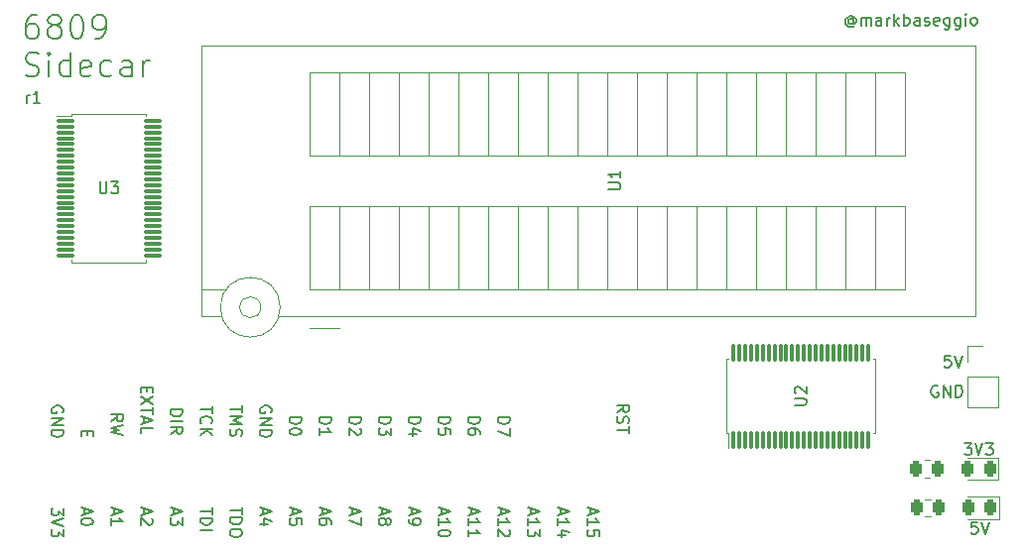
<source format=gto>
%TF.GenerationSoftware,KiCad,Pcbnew,(6.0.10-0)*%
%TF.CreationDate,2023-01-19T22:09:39-05:00*%
%TF.ProjectId,Tang Primer 20k HD6309 Board,54616e67-2050-4726-996d-65722032306b,rev?*%
%TF.SameCoordinates,Original*%
%TF.FileFunction,Legend,Top*%
%TF.FilePolarity,Positive*%
%FSLAX46Y46*%
G04 Gerber Fmt 4.6, Leading zero omitted, Abs format (unit mm)*
G04 Created by KiCad (PCBNEW (6.0.10-0)) date 2023-01-19 22:09:39*
%MOMM*%
%LPD*%
G01*
G04 APERTURE LIST*
G04 Aperture macros list*
%AMRoundRect*
0 Rectangle with rounded corners*
0 $1 Rounding radius*
0 $2 $3 $4 $5 $6 $7 $8 $9 X,Y pos of 4 corners*
0 Add a 4 corners polygon primitive as box body*
4,1,4,$2,$3,$4,$5,$6,$7,$8,$9,$2,$3,0*
0 Add four circle primitives for the rounded corners*
1,1,$1+$1,$2,$3*
1,1,$1+$1,$4,$5*
1,1,$1+$1,$6,$7*
1,1,$1+$1,$8,$9*
0 Add four rect primitives between the rounded corners*
20,1,$1+$1,$2,$3,$4,$5,0*
20,1,$1+$1,$4,$5,$6,$7,0*
20,1,$1+$1,$6,$7,$8,$9,0*
20,1,$1+$1,$8,$9,$2,$3,0*%
G04 Aperture macros list end*
%ADD10C,0.150000*%
%ADD11C,0.200000*%
%ADD12C,0.120000*%
%ADD13R,1.700000X1.700000*%
%ADD14O,1.700000X1.700000*%
%ADD15RoundRect,0.250000X-0.262500X-0.450000X0.262500X-0.450000X0.262500X0.450000X-0.262500X0.450000X0*%
%ADD16RoundRect,0.243750X0.243750X0.456250X-0.243750X0.456250X-0.243750X-0.456250X0.243750X-0.456250X0*%
%ADD17RoundRect,0.075000X-0.662500X-0.075000X0.662500X-0.075000X0.662500X0.075000X-0.662500X0.075000X0*%
%ADD18RoundRect,0.075000X0.075000X-0.662500X0.075000X0.662500X-0.075000X0.662500X-0.075000X-0.662500X0*%
%ADD19R,1.440000X2.000000*%
%ADD20O,1.440000X2.000000*%
G04 APERTURE END LIST*
D10*
X43997619Y-95774000D02*
X44997619Y-95774000D01*
X44997619Y-96012095D01*
X44950000Y-96154952D01*
X44854761Y-96250190D01*
X44759523Y-96297809D01*
X44569047Y-96345428D01*
X44426190Y-96345428D01*
X44235714Y-96297809D01*
X44140476Y-96250190D01*
X44045238Y-96154952D01*
X43997619Y-96012095D01*
X43997619Y-95774000D01*
X43997619Y-96774000D02*
X44997619Y-96774000D01*
X43997619Y-97821619D02*
X44473809Y-97488285D01*
X43997619Y-97250190D02*
X44997619Y-97250190D01*
X44997619Y-97631142D01*
X44950000Y-97726380D01*
X44902380Y-97774000D01*
X44807142Y-97821619D01*
X44664285Y-97821619D01*
X44569047Y-97774000D01*
X44521428Y-97726380D01*
X44473809Y-97631142D01*
X44473809Y-97250190D01*
X102235619Y-62460190D02*
X102188000Y-62412571D01*
X102092761Y-62364952D01*
X101997523Y-62364952D01*
X101902285Y-62412571D01*
X101854666Y-62460190D01*
X101807047Y-62555428D01*
X101807047Y-62650666D01*
X101854666Y-62745904D01*
X101902285Y-62793523D01*
X101997523Y-62841142D01*
X102092761Y-62841142D01*
X102188000Y-62793523D01*
X102235619Y-62745904D01*
X102235619Y-62364952D02*
X102235619Y-62745904D01*
X102283238Y-62793523D01*
X102330857Y-62793523D01*
X102426095Y-62745904D01*
X102473714Y-62650666D01*
X102473714Y-62412571D01*
X102378476Y-62269714D01*
X102235619Y-62174476D01*
X102045142Y-62126857D01*
X101854666Y-62174476D01*
X101711809Y-62269714D01*
X101616571Y-62412571D01*
X101568952Y-62603047D01*
X101616571Y-62793523D01*
X101711809Y-62936380D01*
X101854666Y-63031619D01*
X102045142Y-63079238D01*
X102235619Y-63031619D01*
X102378476Y-62936380D01*
X102902285Y-62936380D02*
X102902285Y-62269714D01*
X102902285Y-62364952D02*
X102949904Y-62317333D01*
X103045142Y-62269714D01*
X103188000Y-62269714D01*
X103283238Y-62317333D01*
X103330857Y-62412571D01*
X103330857Y-62936380D01*
X103330857Y-62412571D02*
X103378476Y-62317333D01*
X103473714Y-62269714D01*
X103616571Y-62269714D01*
X103711809Y-62317333D01*
X103759428Y-62412571D01*
X103759428Y-62936380D01*
X104664190Y-62936380D02*
X104664190Y-62412571D01*
X104616571Y-62317333D01*
X104521333Y-62269714D01*
X104330857Y-62269714D01*
X104235619Y-62317333D01*
X104664190Y-62888761D02*
X104568952Y-62936380D01*
X104330857Y-62936380D01*
X104235619Y-62888761D01*
X104188000Y-62793523D01*
X104188000Y-62698285D01*
X104235619Y-62603047D01*
X104330857Y-62555428D01*
X104568952Y-62555428D01*
X104664190Y-62507809D01*
X105140380Y-62936380D02*
X105140380Y-62269714D01*
X105140380Y-62460190D02*
X105188000Y-62364952D01*
X105235619Y-62317333D01*
X105330857Y-62269714D01*
X105426095Y-62269714D01*
X105759428Y-62936380D02*
X105759428Y-61936380D01*
X105854666Y-62555428D02*
X106140380Y-62936380D01*
X106140380Y-62269714D02*
X105759428Y-62650666D01*
X106568952Y-62936380D02*
X106568952Y-61936380D01*
X106568952Y-62317333D02*
X106664190Y-62269714D01*
X106854666Y-62269714D01*
X106949904Y-62317333D01*
X106997523Y-62364952D01*
X107045142Y-62460190D01*
X107045142Y-62745904D01*
X106997523Y-62841142D01*
X106949904Y-62888761D01*
X106854666Y-62936380D01*
X106664190Y-62936380D01*
X106568952Y-62888761D01*
X107902285Y-62936380D02*
X107902285Y-62412571D01*
X107854666Y-62317333D01*
X107759428Y-62269714D01*
X107568952Y-62269714D01*
X107473714Y-62317333D01*
X107902285Y-62888761D02*
X107807047Y-62936380D01*
X107568952Y-62936380D01*
X107473714Y-62888761D01*
X107426095Y-62793523D01*
X107426095Y-62698285D01*
X107473714Y-62603047D01*
X107568952Y-62555428D01*
X107807047Y-62555428D01*
X107902285Y-62507809D01*
X108330857Y-62888761D02*
X108426095Y-62936380D01*
X108616571Y-62936380D01*
X108711809Y-62888761D01*
X108759428Y-62793523D01*
X108759428Y-62745904D01*
X108711809Y-62650666D01*
X108616571Y-62603047D01*
X108473714Y-62603047D01*
X108378476Y-62555428D01*
X108330857Y-62460190D01*
X108330857Y-62412571D01*
X108378476Y-62317333D01*
X108473714Y-62269714D01*
X108616571Y-62269714D01*
X108711809Y-62317333D01*
X109568952Y-62888761D02*
X109473714Y-62936380D01*
X109283238Y-62936380D01*
X109188000Y-62888761D01*
X109140380Y-62793523D01*
X109140380Y-62412571D01*
X109188000Y-62317333D01*
X109283238Y-62269714D01*
X109473714Y-62269714D01*
X109568952Y-62317333D01*
X109616571Y-62412571D01*
X109616571Y-62507809D01*
X109140380Y-62603047D01*
X110473714Y-62269714D02*
X110473714Y-63079238D01*
X110426095Y-63174476D01*
X110378476Y-63222095D01*
X110283238Y-63269714D01*
X110140380Y-63269714D01*
X110045142Y-63222095D01*
X110473714Y-62888761D02*
X110378476Y-62936380D01*
X110188000Y-62936380D01*
X110092761Y-62888761D01*
X110045142Y-62841142D01*
X109997523Y-62745904D01*
X109997523Y-62460190D01*
X110045142Y-62364952D01*
X110092761Y-62317333D01*
X110188000Y-62269714D01*
X110378476Y-62269714D01*
X110473714Y-62317333D01*
X111378476Y-62269714D02*
X111378476Y-63079238D01*
X111330857Y-63174476D01*
X111283238Y-63222095D01*
X111188000Y-63269714D01*
X111045142Y-63269714D01*
X110949904Y-63222095D01*
X111378476Y-62888761D02*
X111283238Y-62936380D01*
X111092761Y-62936380D01*
X110997523Y-62888761D01*
X110949904Y-62841142D01*
X110902285Y-62745904D01*
X110902285Y-62460190D01*
X110949904Y-62364952D01*
X110997523Y-62317333D01*
X111092761Y-62269714D01*
X111283238Y-62269714D01*
X111378476Y-62317333D01*
X111854666Y-62936380D02*
X111854666Y-62269714D01*
X111854666Y-61936380D02*
X111807047Y-61984000D01*
X111854666Y-62031619D01*
X111902285Y-61984000D01*
X111854666Y-61936380D01*
X111854666Y-62031619D01*
X112473714Y-62936380D02*
X112378476Y-62888761D01*
X112330857Y-62841142D01*
X112283238Y-62745904D01*
X112283238Y-62460190D01*
X112330857Y-62364952D01*
X112378476Y-62317333D01*
X112473714Y-62269714D01*
X112616571Y-62269714D01*
X112711809Y-62317333D01*
X112759428Y-62364952D01*
X112807047Y-62460190D01*
X112807047Y-62745904D01*
X112759428Y-62841142D01*
X112711809Y-62888761D01*
X112616571Y-62936380D01*
X112473714Y-62936380D01*
X31710380Y-69540380D02*
X31710380Y-68873714D01*
X31710380Y-69064190D02*
X31758000Y-68968952D01*
X31805619Y-68921333D01*
X31900857Y-68873714D01*
X31996095Y-68873714D01*
X32853238Y-69540380D02*
X32281809Y-69540380D01*
X32567523Y-69540380D02*
X32567523Y-68540380D01*
X32472285Y-68683238D01*
X32377047Y-68778476D01*
X32281809Y-68826095D01*
X82097619Y-95972380D02*
X82573809Y-95639047D01*
X82097619Y-95400952D02*
X83097619Y-95400952D01*
X83097619Y-95781904D01*
X83050000Y-95877142D01*
X83002380Y-95924761D01*
X82907142Y-95972380D01*
X82764285Y-95972380D01*
X82669047Y-95924761D01*
X82621428Y-95877142D01*
X82573809Y-95781904D01*
X82573809Y-95400952D01*
X82145238Y-96353333D02*
X82097619Y-96496190D01*
X82097619Y-96734285D01*
X82145238Y-96829523D01*
X82192857Y-96877142D01*
X82288095Y-96924761D01*
X82383333Y-96924761D01*
X82478571Y-96877142D01*
X82526190Y-96829523D01*
X82573809Y-96734285D01*
X82621428Y-96543809D01*
X82669047Y-96448571D01*
X82716666Y-96400952D01*
X82811904Y-96353333D01*
X82907142Y-96353333D01*
X83002380Y-96400952D01*
X83050000Y-96448571D01*
X83097619Y-96543809D01*
X83097619Y-96781904D01*
X83050000Y-96924761D01*
X83097619Y-97210476D02*
X83097619Y-97781904D01*
X82097619Y-97496190D02*
X83097619Y-97496190D01*
X52570000Y-96012095D02*
X52617619Y-95916857D01*
X52617619Y-95774000D01*
X52570000Y-95631142D01*
X52474761Y-95535904D01*
X52379523Y-95488285D01*
X52189047Y-95440666D01*
X52046190Y-95440666D01*
X51855714Y-95488285D01*
X51760476Y-95535904D01*
X51665238Y-95631142D01*
X51617619Y-95774000D01*
X51617619Y-95869238D01*
X51665238Y-96012095D01*
X51712857Y-96059714D01*
X52046190Y-96059714D01*
X52046190Y-95869238D01*
X51617619Y-96488285D02*
X52617619Y-96488285D01*
X51617619Y-97059714D01*
X52617619Y-97059714D01*
X51617619Y-97535904D02*
X52617619Y-97535904D01*
X52617619Y-97774000D01*
X52570000Y-97916857D01*
X52474761Y-98012095D01*
X52379523Y-98059714D01*
X52189047Y-98107333D01*
X52046190Y-98107333D01*
X51855714Y-98059714D01*
X51760476Y-98012095D01*
X51665238Y-97916857D01*
X51617619Y-97774000D01*
X51617619Y-97535904D01*
X50077619Y-95440666D02*
X50077619Y-96012095D01*
X49077619Y-95726380D02*
X50077619Y-95726380D01*
X49077619Y-96345428D02*
X50077619Y-96345428D01*
X49363333Y-96678761D01*
X50077619Y-97012095D01*
X49077619Y-97012095D01*
X49125238Y-97440666D02*
X49077619Y-97583523D01*
X49077619Y-97821619D01*
X49125238Y-97916857D01*
X49172857Y-97964476D01*
X49268095Y-98012095D01*
X49363333Y-98012095D01*
X49458571Y-97964476D01*
X49506190Y-97916857D01*
X49553809Y-97821619D01*
X49601428Y-97631142D01*
X49649047Y-97535904D01*
X49696666Y-97488285D01*
X49791904Y-97440666D01*
X49887142Y-97440666D01*
X49982380Y-97488285D01*
X50030000Y-97535904D01*
X50077619Y-97631142D01*
X50077619Y-97869238D01*
X50030000Y-98012095D01*
X47537619Y-95488285D02*
X47537619Y-96059714D01*
X46537619Y-95774000D02*
X47537619Y-95774000D01*
X46632857Y-96964476D02*
X46585238Y-96916857D01*
X46537619Y-96774000D01*
X46537619Y-96678761D01*
X46585238Y-96535904D01*
X46680476Y-96440666D01*
X46775714Y-96393047D01*
X46966190Y-96345428D01*
X47109047Y-96345428D01*
X47299523Y-96393047D01*
X47394761Y-96440666D01*
X47490000Y-96535904D01*
X47537619Y-96678761D01*
X47537619Y-96774000D01*
X47490000Y-96916857D01*
X47442380Y-96964476D01*
X46537619Y-97393047D02*
X47537619Y-97393047D01*
X46537619Y-97964476D02*
X47109047Y-97535904D01*
X47537619Y-97964476D02*
X46966190Y-97393047D01*
X41981428Y-93853238D02*
X41981428Y-94186571D01*
X41457619Y-94329428D02*
X41457619Y-93853238D01*
X42457619Y-93853238D01*
X42457619Y-94329428D01*
X42457619Y-94662761D02*
X41457619Y-95329428D01*
X42457619Y-95329428D02*
X41457619Y-94662761D01*
X42457619Y-95567523D02*
X42457619Y-96138952D01*
X41457619Y-95853238D02*
X42457619Y-95853238D01*
X41743333Y-96424666D02*
X41743333Y-96900857D01*
X41457619Y-96329428D02*
X42457619Y-96662761D01*
X41457619Y-96996095D01*
X41457619Y-97805619D02*
X41457619Y-97329428D01*
X42457619Y-97329428D01*
X47537619Y-104132190D02*
X47537619Y-104703619D01*
X46537619Y-104417904D02*
X47537619Y-104417904D01*
X46537619Y-105036952D02*
X47537619Y-105036952D01*
X47537619Y-105275047D01*
X47490000Y-105417904D01*
X47394761Y-105513142D01*
X47299523Y-105560761D01*
X47109047Y-105608380D01*
X46966190Y-105608380D01*
X46775714Y-105560761D01*
X46680476Y-105513142D01*
X46585238Y-105417904D01*
X46537619Y-105275047D01*
X46537619Y-105036952D01*
X46537619Y-106036952D02*
X47537619Y-106036952D01*
X50077619Y-104100476D02*
X50077619Y-104671904D01*
X49077619Y-104386190D02*
X50077619Y-104386190D01*
X49077619Y-105005238D02*
X50077619Y-105005238D01*
X50077619Y-105243333D01*
X50030000Y-105386190D01*
X49934761Y-105481428D01*
X49839523Y-105529047D01*
X49649047Y-105576666D01*
X49506190Y-105576666D01*
X49315714Y-105529047D01*
X49220476Y-105481428D01*
X49125238Y-105386190D01*
X49077619Y-105243333D01*
X49077619Y-105005238D01*
X50077619Y-106195714D02*
X50077619Y-106386190D01*
X50030000Y-106481428D01*
X49934761Y-106576666D01*
X49744285Y-106624285D01*
X49410952Y-106624285D01*
X49220476Y-106576666D01*
X49125238Y-106481428D01*
X49077619Y-106386190D01*
X49077619Y-106195714D01*
X49125238Y-106100476D01*
X49220476Y-106005238D01*
X49410952Y-105957619D01*
X49744285Y-105957619D01*
X49934761Y-106005238D01*
X50030000Y-106100476D01*
X50077619Y-106195714D01*
X34790000Y-96012095D02*
X34837619Y-95916857D01*
X34837619Y-95774000D01*
X34790000Y-95631142D01*
X34694761Y-95535904D01*
X34599523Y-95488285D01*
X34409047Y-95440666D01*
X34266190Y-95440666D01*
X34075714Y-95488285D01*
X33980476Y-95535904D01*
X33885238Y-95631142D01*
X33837619Y-95774000D01*
X33837619Y-95869238D01*
X33885238Y-96012095D01*
X33932857Y-96059714D01*
X34266190Y-96059714D01*
X34266190Y-95869238D01*
X33837619Y-96488285D02*
X34837619Y-96488285D01*
X33837619Y-97059714D01*
X34837619Y-97059714D01*
X33837619Y-97535904D02*
X34837619Y-97535904D01*
X34837619Y-97774000D01*
X34790000Y-97916857D01*
X34694761Y-98012095D01*
X34599523Y-98059714D01*
X34409047Y-98107333D01*
X34266190Y-98107333D01*
X34075714Y-98059714D01*
X33980476Y-98012095D01*
X33885238Y-97916857D01*
X33837619Y-97774000D01*
X33837619Y-97535904D01*
X34837619Y-104171904D02*
X34837619Y-104790952D01*
X34456666Y-104457619D01*
X34456666Y-104600476D01*
X34409047Y-104695714D01*
X34361428Y-104743333D01*
X34266190Y-104790952D01*
X34028095Y-104790952D01*
X33932857Y-104743333D01*
X33885238Y-104695714D01*
X33837619Y-104600476D01*
X33837619Y-104314761D01*
X33885238Y-104219523D01*
X33932857Y-104171904D01*
X34837619Y-105076666D02*
X33837619Y-105410000D01*
X34837619Y-105743333D01*
X34837619Y-105981428D02*
X34837619Y-106600476D01*
X34456666Y-106267142D01*
X34456666Y-106410000D01*
X34409047Y-106505238D01*
X34361428Y-106552857D01*
X34266190Y-106600476D01*
X34028095Y-106600476D01*
X33932857Y-106552857D01*
X33885238Y-106505238D01*
X33837619Y-106410000D01*
X33837619Y-106124285D01*
X33885238Y-106029047D01*
X33932857Y-105981428D01*
X71937619Y-96416904D02*
X72937619Y-96416904D01*
X72937619Y-96655000D01*
X72890000Y-96797857D01*
X72794761Y-96893095D01*
X72699523Y-96940714D01*
X72509047Y-96988333D01*
X72366190Y-96988333D01*
X72175714Y-96940714D01*
X72080476Y-96893095D01*
X71985238Y-96797857D01*
X71937619Y-96655000D01*
X71937619Y-96416904D01*
X72937619Y-97321666D02*
X72937619Y-97988333D01*
X71937619Y-97559761D01*
X69397619Y-96416904D02*
X70397619Y-96416904D01*
X70397619Y-96655000D01*
X70350000Y-96797857D01*
X70254761Y-96893095D01*
X70159523Y-96940714D01*
X69969047Y-96988333D01*
X69826190Y-96988333D01*
X69635714Y-96940714D01*
X69540476Y-96893095D01*
X69445238Y-96797857D01*
X69397619Y-96655000D01*
X69397619Y-96416904D01*
X70397619Y-97845476D02*
X70397619Y-97655000D01*
X70350000Y-97559761D01*
X70302380Y-97512142D01*
X70159523Y-97416904D01*
X69969047Y-97369285D01*
X69588095Y-97369285D01*
X69492857Y-97416904D01*
X69445238Y-97464523D01*
X69397619Y-97559761D01*
X69397619Y-97750238D01*
X69445238Y-97845476D01*
X69492857Y-97893095D01*
X69588095Y-97940714D01*
X69826190Y-97940714D01*
X69921428Y-97893095D01*
X69969047Y-97845476D01*
X70016666Y-97750238D01*
X70016666Y-97559761D01*
X69969047Y-97464523D01*
X69921428Y-97416904D01*
X69826190Y-97369285D01*
X66857619Y-96416904D02*
X67857619Y-96416904D01*
X67857619Y-96655000D01*
X67810000Y-96797857D01*
X67714761Y-96893095D01*
X67619523Y-96940714D01*
X67429047Y-96988333D01*
X67286190Y-96988333D01*
X67095714Y-96940714D01*
X67000476Y-96893095D01*
X66905238Y-96797857D01*
X66857619Y-96655000D01*
X66857619Y-96416904D01*
X67857619Y-97893095D02*
X67857619Y-97416904D01*
X67381428Y-97369285D01*
X67429047Y-97416904D01*
X67476666Y-97512142D01*
X67476666Y-97750238D01*
X67429047Y-97845476D01*
X67381428Y-97893095D01*
X67286190Y-97940714D01*
X67048095Y-97940714D01*
X66952857Y-97893095D01*
X66905238Y-97845476D01*
X66857619Y-97750238D01*
X66857619Y-97512142D01*
X66905238Y-97416904D01*
X66952857Y-97369285D01*
X64317619Y-96416904D02*
X65317619Y-96416904D01*
X65317619Y-96655000D01*
X65270000Y-96797857D01*
X65174761Y-96893095D01*
X65079523Y-96940714D01*
X64889047Y-96988333D01*
X64746190Y-96988333D01*
X64555714Y-96940714D01*
X64460476Y-96893095D01*
X64365238Y-96797857D01*
X64317619Y-96655000D01*
X64317619Y-96416904D01*
X64984285Y-97845476D02*
X64317619Y-97845476D01*
X65365238Y-97607380D02*
X64650952Y-97369285D01*
X64650952Y-97988333D01*
X61777619Y-96416904D02*
X62777619Y-96416904D01*
X62777619Y-96655000D01*
X62730000Y-96797857D01*
X62634761Y-96893095D01*
X62539523Y-96940714D01*
X62349047Y-96988333D01*
X62206190Y-96988333D01*
X62015714Y-96940714D01*
X61920476Y-96893095D01*
X61825238Y-96797857D01*
X61777619Y-96655000D01*
X61777619Y-96416904D01*
X62777619Y-97321666D02*
X62777619Y-97940714D01*
X62396666Y-97607380D01*
X62396666Y-97750238D01*
X62349047Y-97845476D01*
X62301428Y-97893095D01*
X62206190Y-97940714D01*
X61968095Y-97940714D01*
X61872857Y-97893095D01*
X61825238Y-97845476D01*
X61777619Y-97750238D01*
X61777619Y-97464523D01*
X61825238Y-97369285D01*
X61872857Y-97321666D01*
X59237619Y-96416904D02*
X60237619Y-96416904D01*
X60237619Y-96655000D01*
X60190000Y-96797857D01*
X60094761Y-96893095D01*
X59999523Y-96940714D01*
X59809047Y-96988333D01*
X59666190Y-96988333D01*
X59475714Y-96940714D01*
X59380476Y-96893095D01*
X59285238Y-96797857D01*
X59237619Y-96655000D01*
X59237619Y-96416904D01*
X60142380Y-97369285D02*
X60190000Y-97416904D01*
X60237619Y-97512142D01*
X60237619Y-97750238D01*
X60190000Y-97845476D01*
X60142380Y-97893095D01*
X60047142Y-97940714D01*
X59951904Y-97940714D01*
X59809047Y-97893095D01*
X59237619Y-97321666D01*
X59237619Y-97940714D01*
X56697619Y-96416904D02*
X57697619Y-96416904D01*
X57697619Y-96655000D01*
X57650000Y-96797857D01*
X57554761Y-96893095D01*
X57459523Y-96940714D01*
X57269047Y-96988333D01*
X57126190Y-96988333D01*
X56935714Y-96940714D01*
X56840476Y-96893095D01*
X56745238Y-96797857D01*
X56697619Y-96655000D01*
X56697619Y-96416904D01*
X56697619Y-97940714D02*
X56697619Y-97369285D01*
X56697619Y-97655000D02*
X57697619Y-97655000D01*
X57554761Y-97559761D01*
X57459523Y-97464523D01*
X57411904Y-97369285D01*
X54157619Y-96416904D02*
X55157619Y-96416904D01*
X55157619Y-96655000D01*
X55110000Y-96797857D01*
X55014761Y-96893095D01*
X54919523Y-96940714D01*
X54729047Y-96988333D01*
X54586190Y-96988333D01*
X54395714Y-96940714D01*
X54300476Y-96893095D01*
X54205238Y-96797857D01*
X54157619Y-96655000D01*
X54157619Y-96416904D01*
X55157619Y-97607380D02*
X55157619Y-97702619D01*
X55110000Y-97797857D01*
X55062380Y-97845476D01*
X54967142Y-97893095D01*
X54776666Y-97940714D01*
X54538571Y-97940714D01*
X54348095Y-97893095D01*
X54252857Y-97845476D01*
X54205238Y-97797857D01*
X54157619Y-97702619D01*
X54157619Y-97607380D01*
X54205238Y-97512142D01*
X54252857Y-97464523D01*
X54348095Y-97416904D01*
X54538571Y-97369285D01*
X54776666Y-97369285D01*
X54967142Y-97416904D01*
X55062380Y-97464523D01*
X55110000Y-97512142D01*
X55157619Y-97607380D01*
X38917619Y-96766095D02*
X39393809Y-96432761D01*
X38917619Y-96194666D02*
X39917619Y-96194666D01*
X39917619Y-96575619D01*
X39870000Y-96670857D01*
X39822380Y-96718476D01*
X39727142Y-96766095D01*
X39584285Y-96766095D01*
X39489047Y-96718476D01*
X39441428Y-96670857D01*
X39393809Y-96575619D01*
X39393809Y-96194666D01*
X39917619Y-97099428D02*
X38917619Y-97337523D01*
X39631904Y-97528000D01*
X38917619Y-97718476D01*
X39917619Y-97956571D01*
X36901428Y-97575714D02*
X36901428Y-97909047D01*
X36377619Y-98051904D02*
X36377619Y-97575714D01*
X37377619Y-97575714D01*
X37377619Y-98051904D01*
X36663333Y-104187714D02*
X36663333Y-104663904D01*
X36377619Y-104092476D02*
X37377619Y-104425809D01*
X36377619Y-104759142D01*
X37377619Y-105282952D02*
X37377619Y-105378190D01*
X37330000Y-105473428D01*
X37282380Y-105521047D01*
X37187142Y-105568666D01*
X36996666Y-105616285D01*
X36758571Y-105616285D01*
X36568095Y-105568666D01*
X36472857Y-105521047D01*
X36425238Y-105473428D01*
X36377619Y-105378190D01*
X36377619Y-105282952D01*
X36425238Y-105187714D01*
X36472857Y-105140095D01*
X36568095Y-105092476D01*
X36758571Y-105044857D01*
X36996666Y-105044857D01*
X37187142Y-105092476D01*
X37282380Y-105140095D01*
X37330000Y-105187714D01*
X37377619Y-105282952D01*
X39203333Y-104187714D02*
X39203333Y-104663904D01*
X38917619Y-104092476D02*
X39917619Y-104425809D01*
X38917619Y-104759142D01*
X38917619Y-105616285D02*
X38917619Y-105044857D01*
X38917619Y-105330571D02*
X39917619Y-105330571D01*
X39774761Y-105235333D01*
X39679523Y-105140095D01*
X39631904Y-105044857D01*
X41743333Y-104187714D02*
X41743333Y-104663904D01*
X41457619Y-104092476D02*
X42457619Y-104425809D01*
X41457619Y-104759142D01*
X42362380Y-105044857D02*
X42410000Y-105092476D01*
X42457619Y-105187714D01*
X42457619Y-105425809D01*
X42410000Y-105521047D01*
X42362380Y-105568666D01*
X42267142Y-105616285D01*
X42171904Y-105616285D01*
X42029047Y-105568666D01*
X41457619Y-104997238D01*
X41457619Y-105616285D01*
X44283333Y-104187714D02*
X44283333Y-104663904D01*
X43997619Y-104092476D02*
X44997619Y-104425809D01*
X43997619Y-104759142D01*
X44997619Y-104997238D02*
X44997619Y-105616285D01*
X44616666Y-105282952D01*
X44616666Y-105425809D01*
X44569047Y-105521047D01*
X44521428Y-105568666D01*
X44426190Y-105616285D01*
X44188095Y-105616285D01*
X44092857Y-105568666D01*
X44045238Y-105521047D01*
X43997619Y-105425809D01*
X43997619Y-105140095D01*
X44045238Y-105044857D01*
X44092857Y-104997238D01*
X51903333Y-104187714D02*
X51903333Y-104663904D01*
X51617619Y-104092476D02*
X52617619Y-104425809D01*
X51617619Y-104759142D01*
X52284285Y-105521047D02*
X51617619Y-105521047D01*
X52665238Y-105282952D02*
X51950952Y-105044857D01*
X51950952Y-105663904D01*
X54443333Y-104187714D02*
X54443333Y-104663904D01*
X54157619Y-104092476D02*
X55157619Y-104425809D01*
X54157619Y-104759142D01*
X55157619Y-105568666D02*
X55157619Y-105092476D01*
X54681428Y-105044857D01*
X54729047Y-105092476D01*
X54776666Y-105187714D01*
X54776666Y-105425809D01*
X54729047Y-105521047D01*
X54681428Y-105568666D01*
X54586190Y-105616285D01*
X54348095Y-105616285D01*
X54252857Y-105568666D01*
X54205238Y-105521047D01*
X54157619Y-105425809D01*
X54157619Y-105187714D01*
X54205238Y-105092476D01*
X54252857Y-105044857D01*
X56983333Y-104187714D02*
X56983333Y-104663904D01*
X56697619Y-104092476D02*
X57697619Y-104425809D01*
X56697619Y-104759142D01*
X57697619Y-105521047D02*
X57697619Y-105330571D01*
X57650000Y-105235333D01*
X57602380Y-105187714D01*
X57459523Y-105092476D01*
X57269047Y-105044857D01*
X56888095Y-105044857D01*
X56792857Y-105092476D01*
X56745238Y-105140095D01*
X56697619Y-105235333D01*
X56697619Y-105425809D01*
X56745238Y-105521047D01*
X56792857Y-105568666D01*
X56888095Y-105616285D01*
X57126190Y-105616285D01*
X57221428Y-105568666D01*
X57269047Y-105521047D01*
X57316666Y-105425809D01*
X57316666Y-105235333D01*
X57269047Y-105140095D01*
X57221428Y-105092476D01*
X57126190Y-105044857D01*
X59523333Y-104187714D02*
X59523333Y-104663904D01*
X59237619Y-104092476D02*
X60237619Y-104425809D01*
X59237619Y-104759142D01*
X60237619Y-104997238D02*
X60237619Y-105663904D01*
X59237619Y-105235333D01*
X62063333Y-104187714D02*
X62063333Y-104663904D01*
X61777619Y-104092476D02*
X62777619Y-104425809D01*
X61777619Y-104759142D01*
X62349047Y-105235333D02*
X62396666Y-105140095D01*
X62444285Y-105092476D01*
X62539523Y-105044857D01*
X62587142Y-105044857D01*
X62682380Y-105092476D01*
X62730000Y-105140095D01*
X62777619Y-105235333D01*
X62777619Y-105425809D01*
X62730000Y-105521047D01*
X62682380Y-105568666D01*
X62587142Y-105616285D01*
X62539523Y-105616285D01*
X62444285Y-105568666D01*
X62396666Y-105521047D01*
X62349047Y-105425809D01*
X62349047Y-105235333D01*
X62301428Y-105140095D01*
X62253809Y-105092476D01*
X62158571Y-105044857D01*
X61968095Y-105044857D01*
X61872857Y-105092476D01*
X61825238Y-105140095D01*
X61777619Y-105235333D01*
X61777619Y-105425809D01*
X61825238Y-105521047D01*
X61872857Y-105568666D01*
X61968095Y-105616285D01*
X62158571Y-105616285D01*
X62253809Y-105568666D01*
X62301428Y-105521047D01*
X62349047Y-105425809D01*
X64603333Y-104187714D02*
X64603333Y-104663904D01*
X64317619Y-104092476D02*
X65317619Y-104425809D01*
X64317619Y-104759142D01*
X64317619Y-105140095D02*
X64317619Y-105330571D01*
X64365238Y-105425809D01*
X64412857Y-105473428D01*
X64555714Y-105568666D01*
X64746190Y-105616285D01*
X65127142Y-105616285D01*
X65222380Y-105568666D01*
X65270000Y-105521047D01*
X65317619Y-105425809D01*
X65317619Y-105235333D01*
X65270000Y-105140095D01*
X65222380Y-105092476D01*
X65127142Y-105044857D01*
X64889047Y-105044857D01*
X64793809Y-105092476D01*
X64746190Y-105140095D01*
X64698571Y-105235333D01*
X64698571Y-105425809D01*
X64746190Y-105521047D01*
X64793809Y-105568666D01*
X64889047Y-105616285D01*
X67143333Y-104219523D02*
X67143333Y-104695714D01*
X66857619Y-104124285D02*
X67857619Y-104457619D01*
X66857619Y-104790952D01*
X66857619Y-105648095D02*
X66857619Y-105076666D01*
X66857619Y-105362380D02*
X67857619Y-105362380D01*
X67714761Y-105267142D01*
X67619523Y-105171904D01*
X67571904Y-105076666D01*
X67857619Y-106267142D02*
X67857619Y-106362380D01*
X67810000Y-106457619D01*
X67762380Y-106505238D01*
X67667142Y-106552857D01*
X67476666Y-106600476D01*
X67238571Y-106600476D01*
X67048095Y-106552857D01*
X66952857Y-106505238D01*
X66905238Y-106457619D01*
X66857619Y-106362380D01*
X66857619Y-106267142D01*
X66905238Y-106171904D01*
X66952857Y-106124285D01*
X67048095Y-106076666D01*
X67238571Y-106029047D01*
X67476666Y-106029047D01*
X67667142Y-106076666D01*
X67762380Y-106124285D01*
X67810000Y-106171904D01*
X67857619Y-106267142D01*
X69683333Y-104219523D02*
X69683333Y-104695714D01*
X69397619Y-104124285D02*
X70397619Y-104457619D01*
X69397619Y-104790952D01*
X69397619Y-105648095D02*
X69397619Y-105076666D01*
X69397619Y-105362380D02*
X70397619Y-105362380D01*
X70254761Y-105267142D01*
X70159523Y-105171904D01*
X70111904Y-105076666D01*
X69397619Y-106600476D02*
X69397619Y-106029047D01*
X69397619Y-106314761D02*
X70397619Y-106314761D01*
X70254761Y-106219523D01*
X70159523Y-106124285D01*
X70111904Y-106029047D01*
X72223333Y-104219523D02*
X72223333Y-104695714D01*
X71937619Y-104124285D02*
X72937619Y-104457619D01*
X71937619Y-104790952D01*
X71937619Y-105648095D02*
X71937619Y-105076666D01*
X71937619Y-105362380D02*
X72937619Y-105362380D01*
X72794761Y-105267142D01*
X72699523Y-105171904D01*
X72651904Y-105076666D01*
X72842380Y-106029047D02*
X72890000Y-106076666D01*
X72937619Y-106171904D01*
X72937619Y-106410000D01*
X72890000Y-106505238D01*
X72842380Y-106552857D01*
X72747142Y-106600476D01*
X72651904Y-106600476D01*
X72509047Y-106552857D01*
X71937619Y-105981428D01*
X71937619Y-106600476D01*
X74763333Y-104219523D02*
X74763333Y-104695714D01*
X74477619Y-104124285D02*
X75477619Y-104457619D01*
X74477619Y-104790952D01*
X74477619Y-105648095D02*
X74477619Y-105076666D01*
X74477619Y-105362380D02*
X75477619Y-105362380D01*
X75334761Y-105267142D01*
X75239523Y-105171904D01*
X75191904Y-105076666D01*
X75477619Y-105981428D02*
X75477619Y-106600476D01*
X75096666Y-106267142D01*
X75096666Y-106410000D01*
X75049047Y-106505238D01*
X75001428Y-106552857D01*
X74906190Y-106600476D01*
X74668095Y-106600476D01*
X74572857Y-106552857D01*
X74525238Y-106505238D01*
X74477619Y-106410000D01*
X74477619Y-106124285D01*
X74525238Y-106029047D01*
X74572857Y-105981428D01*
X77303333Y-104219523D02*
X77303333Y-104695714D01*
X77017619Y-104124285D02*
X78017619Y-104457619D01*
X77017619Y-104790952D01*
X77017619Y-105648095D02*
X77017619Y-105076666D01*
X77017619Y-105362380D02*
X78017619Y-105362380D01*
X77874761Y-105267142D01*
X77779523Y-105171904D01*
X77731904Y-105076666D01*
X77684285Y-106505238D02*
X77017619Y-106505238D01*
X78065238Y-106267142D02*
X77350952Y-106029047D01*
X77350952Y-106648095D01*
X79843333Y-104219523D02*
X79843333Y-104695714D01*
X79557619Y-104124285D02*
X80557619Y-104457619D01*
X79557619Y-104790952D01*
X79557619Y-105648095D02*
X79557619Y-105076666D01*
X79557619Y-105362380D02*
X80557619Y-105362380D01*
X80414761Y-105267142D01*
X80319523Y-105171904D01*
X80271904Y-105076666D01*
X80557619Y-106552857D02*
X80557619Y-106076666D01*
X80081428Y-106029047D01*
X80129047Y-106076666D01*
X80176666Y-106171904D01*
X80176666Y-106410000D01*
X80129047Y-106505238D01*
X80081428Y-106552857D01*
X79986190Y-106600476D01*
X79748095Y-106600476D01*
X79652857Y-106552857D01*
X79605238Y-106505238D01*
X79557619Y-106410000D01*
X79557619Y-106171904D01*
X79605238Y-106076666D01*
X79652857Y-106029047D01*
D11*
X32578333Y-62064761D02*
X32197380Y-62064761D01*
X32006904Y-62160000D01*
X31911666Y-62255238D01*
X31721190Y-62540952D01*
X31625952Y-62921904D01*
X31625952Y-63683809D01*
X31721190Y-63874285D01*
X31816428Y-63969523D01*
X32006904Y-64064761D01*
X32387857Y-64064761D01*
X32578333Y-63969523D01*
X32673571Y-63874285D01*
X32768809Y-63683809D01*
X32768809Y-63207619D01*
X32673571Y-63017142D01*
X32578333Y-62921904D01*
X32387857Y-62826666D01*
X32006904Y-62826666D01*
X31816428Y-62921904D01*
X31721190Y-63017142D01*
X31625952Y-63207619D01*
X33911666Y-62921904D02*
X33721190Y-62826666D01*
X33625952Y-62731428D01*
X33530714Y-62540952D01*
X33530714Y-62445714D01*
X33625952Y-62255238D01*
X33721190Y-62160000D01*
X33911666Y-62064761D01*
X34292619Y-62064761D01*
X34483095Y-62160000D01*
X34578333Y-62255238D01*
X34673571Y-62445714D01*
X34673571Y-62540952D01*
X34578333Y-62731428D01*
X34483095Y-62826666D01*
X34292619Y-62921904D01*
X33911666Y-62921904D01*
X33721190Y-63017142D01*
X33625952Y-63112380D01*
X33530714Y-63302857D01*
X33530714Y-63683809D01*
X33625952Y-63874285D01*
X33721190Y-63969523D01*
X33911666Y-64064761D01*
X34292619Y-64064761D01*
X34483095Y-63969523D01*
X34578333Y-63874285D01*
X34673571Y-63683809D01*
X34673571Y-63302857D01*
X34578333Y-63112380D01*
X34483095Y-63017142D01*
X34292619Y-62921904D01*
X35911666Y-62064761D02*
X36102142Y-62064761D01*
X36292619Y-62160000D01*
X36387857Y-62255238D01*
X36483095Y-62445714D01*
X36578333Y-62826666D01*
X36578333Y-63302857D01*
X36483095Y-63683809D01*
X36387857Y-63874285D01*
X36292619Y-63969523D01*
X36102142Y-64064761D01*
X35911666Y-64064761D01*
X35721190Y-63969523D01*
X35625952Y-63874285D01*
X35530714Y-63683809D01*
X35435476Y-63302857D01*
X35435476Y-62826666D01*
X35530714Y-62445714D01*
X35625952Y-62255238D01*
X35721190Y-62160000D01*
X35911666Y-62064761D01*
X37530714Y-64064761D02*
X37911666Y-64064761D01*
X38102142Y-63969523D01*
X38197380Y-63874285D01*
X38387857Y-63588571D01*
X38483095Y-63207619D01*
X38483095Y-62445714D01*
X38387857Y-62255238D01*
X38292619Y-62160000D01*
X38102142Y-62064761D01*
X37721190Y-62064761D01*
X37530714Y-62160000D01*
X37435476Y-62255238D01*
X37340238Y-62445714D01*
X37340238Y-62921904D01*
X37435476Y-63112380D01*
X37530714Y-63207619D01*
X37721190Y-63302857D01*
X38102142Y-63302857D01*
X38292619Y-63207619D01*
X38387857Y-63112380D01*
X38483095Y-62921904D01*
X31625952Y-67189523D02*
X31911666Y-67284761D01*
X32387857Y-67284761D01*
X32578333Y-67189523D01*
X32673571Y-67094285D01*
X32768809Y-66903809D01*
X32768809Y-66713333D01*
X32673571Y-66522857D01*
X32578333Y-66427619D01*
X32387857Y-66332380D01*
X32006904Y-66237142D01*
X31816428Y-66141904D01*
X31721190Y-66046666D01*
X31625952Y-65856190D01*
X31625952Y-65665714D01*
X31721190Y-65475238D01*
X31816428Y-65380000D01*
X32006904Y-65284761D01*
X32483095Y-65284761D01*
X32768809Y-65380000D01*
X33625952Y-67284761D02*
X33625952Y-65951428D01*
X33625952Y-65284761D02*
X33530714Y-65380000D01*
X33625952Y-65475238D01*
X33721190Y-65380000D01*
X33625952Y-65284761D01*
X33625952Y-65475238D01*
X35435476Y-67284761D02*
X35435476Y-65284761D01*
X35435476Y-67189523D02*
X35245000Y-67284761D01*
X34864047Y-67284761D01*
X34673571Y-67189523D01*
X34578333Y-67094285D01*
X34483095Y-66903809D01*
X34483095Y-66332380D01*
X34578333Y-66141904D01*
X34673571Y-66046666D01*
X34864047Y-65951428D01*
X35245000Y-65951428D01*
X35435476Y-66046666D01*
X37149761Y-67189523D02*
X36959285Y-67284761D01*
X36578333Y-67284761D01*
X36387857Y-67189523D01*
X36292619Y-66999047D01*
X36292619Y-66237142D01*
X36387857Y-66046666D01*
X36578333Y-65951428D01*
X36959285Y-65951428D01*
X37149761Y-66046666D01*
X37245000Y-66237142D01*
X37245000Y-66427619D01*
X36292619Y-66618095D01*
X38959285Y-67189523D02*
X38768809Y-67284761D01*
X38387857Y-67284761D01*
X38197380Y-67189523D01*
X38102142Y-67094285D01*
X38006904Y-66903809D01*
X38006904Y-66332380D01*
X38102142Y-66141904D01*
X38197380Y-66046666D01*
X38387857Y-65951428D01*
X38768809Y-65951428D01*
X38959285Y-66046666D01*
X40673571Y-67284761D02*
X40673571Y-66237142D01*
X40578333Y-66046666D01*
X40387857Y-65951428D01*
X40006904Y-65951428D01*
X39816428Y-66046666D01*
X40673571Y-67189523D02*
X40483095Y-67284761D01*
X40006904Y-67284761D01*
X39816428Y-67189523D01*
X39721190Y-66999047D01*
X39721190Y-66808571D01*
X39816428Y-66618095D01*
X40006904Y-66522857D01*
X40483095Y-66522857D01*
X40673571Y-66427619D01*
X41625952Y-67284761D02*
X41625952Y-65951428D01*
X41625952Y-66332380D02*
X41721190Y-66141904D01*
X41816428Y-66046666D01*
X42006904Y-65951428D01*
X42197380Y-65951428D01*
D10*
X110553523Y-91146380D02*
X110077333Y-91146380D01*
X110029714Y-91622571D01*
X110077333Y-91574952D01*
X110172571Y-91527333D01*
X110410666Y-91527333D01*
X110505904Y-91574952D01*
X110553523Y-91622571D01*
X110601142Y-91717809D01*
X110601142Y-91955904D01*
X110553523Y-92051142D01*
X110505904Y-92098761D01*
X110410666Y-92146380D01*
X110172571Y-92146380D01*
X110077333Y-92098761D01*
X110029714Y-92051142D01*
X110886857Y-91146380D02*
X111220190Y-92146380D01*
X111553523Y-91146380D01*
X109474095Y-93734000D02*
X109378857Y-93686380D01*
X109236000Y-93686380D01*
X109093142Y-93734000D01*
X108997904Y-93829238D01*
X108950285Y-93924476D01*
X108902666Y-94114952D01*
X108902666Y-94257809D01*
X108950285Y-94448285D01*
X108997904Y-94543523D01*
X109093142Y-94638761D01*
X109236000Y-94686380D01*
X109331238Y-94686380D01*
X109474095Y-94638761D01*
X109521714Y-94591142D01*
X109521714Y-94257809D01*
X109331238Y-94257809D01*
X109950285Y-94686380D02*
X109950285Y-93686380D01*
X110521714Y-94686380D01*
X110521714Y-93686380D01*
X110997904Y-94686380D02*
X110997904Y-93686380D01*
X111236000Y-93686380D01*
X111378857Y-93734000D01*
X111474095Y-93829238D01*
X111521714Y-93924476D01*
X111569333Y-94114952D01*
X111569333Y-94257809D01*
X111521714Y-94448285D01*
X111474095Y-94543523D01*
X111378857Y-94638761D01*
X111236000Y-94686380D01*
X110997904Y-94686380D01*
X111726904Y-98628380D02*
X112345952Y-98628380D01*
X112012619Y-99009333D01*
X112155476Y-99009333D01*
X112250714Y-99056952D01*
X112298333Y-99104571D01*
X112345952Y-99199809D01*
X112345952Y-99437904D01*
X112298333Y-99533142D01*
X112250714Y-99580761D01*
X112155476Y-99628380D01*
X111869761Y-99628380D01*
X111774523Y-99580761D01*
X111726904Y-99533142D01*
X112631666Y-98628380D02*
X112965000Y-99628380D01*
X113298333Y-98628380D01*
X113536428Y-98628380D02*
X114155476Y-98628380D01*
X113822142Y-99009333D01*
X113965000Y-99009333D01*
X114060238Y-99056952D01*
X114107857Y-99104571D01*
X114155476Y-99199809D01*
X114155476Y-99437904D01*
X114107857Y-99533142D01*
X114060238Y-99580761D01*
X113965000Y-99628380D01*
X113679285Y-99628380D01*
X113584047Y-99580761D01*
X113536428Y-99533142D01*
X112839523Y-105370380D02*
X112363333Y-105370380D01*
X112315714Y-105846571D01*
X112363333Y-105798952D01*
X112458571Y-105751333D01*
X112696666Y-105751333D01*
X112791904Y-105798952D01*
X112839523Y-105846571D01*
X112887142Y-105941809D01*
X112887142Y-106179904D01*
X112839523Y-106275142D01*
X112791904Y-106322761D01*
X112696666Y-106370380D01*
X112458571Y-106370380D01*
X112363333Y-106322761D01*
X112315714Y-106275142D01*
X113172857Y-105370380D02*
X113506190Y-106370380D01*
X113839523Y-105370380D01*
X37973095Y-76287380D02*
X37973095Y-77096904D01*
X38020714Y-77192142D01*
X38068333Y-77239761D01*
X38163571Y-77287380D01*
X38354047Y-77287380D01*
X38449285Y-77239761D01*
X38496904Y-77192142D01*
X38544523Y-77096904D01*
X38544523Y-76287380D01*
X38925476Y-76287380D02*
X39544523Y-76287380D01*
X39211190Y-76668333D01*
X39354047Y-76668333D01*
X39449285Y-76715952D01*
X39496904Y-76763571D01*
X39544523Y-76858809D01*
X39544523Y-77096904D01*
X39496904Y-77192142D01*
X39449285Y-77239761D01*
X39354047Y-77287380D01*
X39068333Y-77287380D01*
X38973095Y-77239761D01*
X38925476Y-77192142D01*
X97242380Y-95376904D02*
X98051904Y-95376904D01*
X98147142Y-95329285D01*
X98194761Y-95281666D01*
X98242380Y-95186428D01*
X98242380Y-94995952D01*
X98194761Y-94900714D01*
X98147142Y-94853095D01*
X98051904Y-94805476D01*
X97242380Y-94805476D01*
X97337619Y-94376904D02*
X97290000Y-94329285D01*
X97242380Y-94234047D01*
X97242380Y-93995952D01*
X97290000Y-93900714D01*
X97337619Y-93853095D01*
X97432857Y-93805476D01*
X97528095Y-93805476D01*
X97670952Y-93853095D01*
X98242380Y-94424523D01*
X98242380Y-93805476D01*
X81367380Y-76961904D02*
X82176904Y-76961904D01*
X82272142Y-76914285D01*
X82319761Y-76866666D01*
X82367380Y-76771428D01*
X82367380Y-76580952D01*
X82319761Y-76485714D01*
X82272142Y-76438095D01*
X82176904Y-76390476D01*
X81367380Y-76390476D01*
X82367380Y-75390476D02*
X82367380Y-75961904D01*
X82367380Y-75676190D02*
X81367380Y-75676190D01*
X81510238Y-75771428D01*
X81605476Y-75866666D01*
X81653095Y-75961904D01*
D12*
X111954000Y-91689000D02*
X111954000Y-90359000D01*
X111954000Y-95559000D02*
X114614000Y-95559000D01*
X111954000Y-92959000D02*
X111954000Y-95559000D01*
X111954000Y-92959000D02*
X114614000Y-92959000D01*
X111954000Y-90359000D02*
X113284000Y-90359000D01*
X114614000Y-92959000D02*
X114614000Y-95559000D01*
X108317936Y-101561000D02*
X108772064Y-101561000D01*
X108317936Y-100091000D02*
X108772064Y-100091000D01*
X108381436Y-104875000D02*
X108835564Y-104875000D01*
X108381436Y-103405000D02*
X108835564Y-103405000D01*
X114650000Y-99866000D02*
X111965000Y-99866000D01*
X114650000Y-101786000D02*
X114650000Y-99866000D01*
X111965000Y-101786000D02*
X114650000Y-101786000D01*
X114715000Y-103180000D02*
X112030000Y-103180000D01*
X114715000Y-105100000D02*
X114715000Y-103180000D01*
X112030000Y-105100000D02*
X114715000Y-105100000D01*
X35575000Y-83195000D02*
X35575000Y-82995000D01*
X38735000Y-70475000D02*
X41895000Y-70475000D01*
X35575000Y-70675000D02*
X34285000Y-70675000D01*
X41895000Y-83195000D02*
X41895000Y-82995000D01*
X38735000Y-83195000D02*
X41895000Y-83195000D01*
X35575000Y-70475000D02*
X35575000Y-70675000D01*
X38735000Y-83195000D02*
X35575000Y-83195000D01*
X41895000Y-70475000D02*
X41895000Y-70675000D01*
X38735000Y-70475000D02*
X35575000Y-70475000D01*
X91630000Y-97775000D02*
X91630000Y-99065000D01*
X104150000Y-94615000D02*
X104150000Y-91455000D01*
X104150000Y-91455000D02*
X103950000Y-91455000D01*
X91430000Y-97775000D02*
X91630000Y-97775000D01*
X91430000Y-94615000D02*
X91430000Y-91455000D01*
X91430000Y-91455000D02*
X91630000Y-91455000D01*
X91430000Y-94615000D02*
X91430000Y-97775000D01*
X104150000Y-94615000D02*
X104150000Y-97775000D01*
X104150000Y-97775000D02*
X103950000Y-97775000D01*
X81280000Y-66935000D02*
X83820000Y-66935000D01*
X91440000Y-74035000D02*
X88900000Y-74035000D01*
X68580000Y-74035000D02*
X66040000Y-74035000D01*
X63500000Y-85465000D02*
X63500000Y-78365000D01*
X99060000Y-74035000D02*
X96520000Y-74035000D01*
X99060000Y-66935000D02*
X101600000Y-66935000D01*
X81280000Y-74035000D02*
X81280000Y-66935000D01*
X73660000Y-66935000D02*
X76200000Y-66935000D01*
X60960000Y-74035000D02*
X60960000Y-66935000D01*
X96520000Y-85465000D02*
X96520000Y-78365000D01*
X71120000Y-85465000D02*
X68580000Y-85465000D01*
X76200000Y-78365000D02*
X78740000Y-78365000D01*
X58420000Y-74035000D02*
X55880000Y-74035000D01*
X55880000Y-78365000D02*
X58420000Y-78365000D01*
X88900000Y-74035000D02*
X86360000Y-74035000D01*
X76200000Y-74035000D02*
X76200000Y-66935000D01*
X99060000Y-85465000D02*
X99060000Y-78365000D01*
X93980000Y-74035000D02*
X93980000Y-66935000D01*
X104140000Y-74035000D02*
X104140000Y-66935000D01*
X112650000Y-64670000D02*
X46650000Y-64670000D01*
X76200000Y-66935000D02*
X78740000Y-66935000D01*
X101600000Y-74035000D02*
X101600000Y-66935000D01*
X71120000Y-74035000D02*
X68580000Y-74035000D01*
X63500000Y-74035000D02*
X63500000Y-66935000D01*
X106680000Y-85465000D02*
X104140000Y-85465000D01*
X60960000Y-74035000D02*
X58420000Y-74035000D01*
X86360000Y-74035000D02*
X83820000Y-74035000D01*
X93980000Y-78365000D02*
X96520000Y-78365000D01*
X93980000Y-85465000D02*
X93980000Y-78365000D01*
X106680000Y-74035000D02*
X104140000Y-74035000D01*
X71120000Y-74035000D02*
X71120000Y-66935000D01*
X88900000Y-74035000D02*
X88900000Y-66935000D01*
X81280000Y-85465000D02*
X78740000Y-85465000D01*
X96520000Y-74035000D02*
X96520000Y-66935000D01*
X68580000Y-78365000D02*
X71120000Y-78365000D01*
X53250000Y-87770000D02*
X112650000Y-87770000D01*
X88900000Y-66935000D02*
X91440000Y-66935000D01*
X76200000Y-85465000D02*
X76200000Y-78365000D01*
X68580000Y-74035000D02*
X68580000Y-66935000D01*
X60960000Y-85465000D02*
X58420000Y-85465000D01*
X86360000Y-74035000D02*
X86360000Y-66935000D01*
X63500000Y-66935000D02*
X66040000Y-66935000D01*
X76200000Y-85465000D02*
X73660000Y-85465000D01*
X78740000Y-74035000D02*
X78740000Y-66935000D01*
X91440000Y-85465000D02*
X88900000Y-85465000D01*
X86360000Y-66935000D02*
X88900000Y-66935000D01*
X101600000Y-74035000D02*
X99060000Y-74035000D01*
X58420000Y-88770000D02*
X55880000Y-88770000D01*
X86360000Y-85465000D02*
X86360000Y-78365000D01*
X104140000Y-74035000D02*
X101600000Y-74035000D01*
X93980000Y-85465000D02*
X91440000Y-85465000D01*
X104140000Y-85465000D02*
X104140000Y-78365000D01*
X78740000Y-74035000D02*
X76200000Y-74035000D01*
X68580000Y-85465000D02*
X68580000Y-78365000D01*
X101600000Y-85465000D02*
X101600000Y-78365000D01*
X91440000Y-74035000D02*
X91440000Y-66935000D01*
X60960000Y-85465000D02*
X60960000Y-78365000D01*
X73660000Y-85465000D02*
X71120000Y-85465000D01*
X73660000Y-74035000D02*
X71120000Y-74035000D01*
X83820000Y-66935000D02*
X86360000Y-66935000D01*
X71120000Y-78365000D02*
X73660000Y-78365000D01*
X66040000Y-78365000D02*
X68580000Y-78365000D01*
X81280000Y-78365000D02*
X83820000Y-78365000D01*
X96520000Y-66935000D02*
X99060000Y-66935000D01*
X71120000Y-66935000D02*
X73660000Y-66935000D01*
X91440000Y-85465000D02*
X91440000Y-78365000D01*
X101600000Y-85465000D02*
X99060000Y-85465000D01*
X78740000Y-85465000D02*
X76200000Y-85465000D01*
X83820000Y-74035000D02*
X83820000Y-66935000D01*
X93980000Y-74035000D02*
X91440000Y-74035000D01*
X88900000Y-78365000D02*
X91440000Y-78365000D01*
X58420000Y-85465000D02*
X55880000Y-85465000D01*
X99060000Y-78365000D02*
X101600000Y-78365000D01*
X96520000Y-85465000D02*
X93980000Y-85465000D01*
X112650000Y-87770000D02*
X112650000Y-64670000D01*
X66040000Y-85465000D02*
X63500000Y-85465000D01*
X106680000Y-74035000D02*
X106680000Y-66935000D01*
X46650000Y-64670000D02*
X46650000Y-87770000D01*
X96520000Y-74035000D02*
X93980000Y-74035000D01*
X68580000Y-66935000D02*
X71120000Y-66935000D01*
X78740000Y-85465000D02*
X78740000Y-78365000D01*
X63500000Y-85465000D02*
X60960000Y-85465000D01*
X83820000Y-74035000D02*
X81280000Y-74035000D01*
X73660000Y-74035000D02*
X73660000Y-66935000D01*
X58420000Y-78365000D02*
X60960000Y-78365000D01*
X55880000Y-66935000D02*
X58420000Y-66935000D01*
X46750000Y-85470000D02*
X48750000Y-85470000D01*
X78740000Y-66935000D02*
X81280000Y-66935000D01*
X104140000Y-66935000D02*
X106680000Y-66935000D01*
X86360000Y-85465000D02*
X83820000Y-85465000D01*
X88900000Y-85465000D02*
X88900000Y-78365000D01*
X60960000Y-78365000D02*
X63500000Y-78365000D01*
X73660000Y-85465000D02*
X73660000Y-78365000D01*
X60960000Y-66935000D02*
X63500000Y-66935000D01*
X91440000Y-78365000D02*
X93980000Y-78365000D01*
X55880000Y-85465000D02*
X55880000Y-78365000D01*
X66040000Y-66935000D02*
X68580000Y-66935000D01*
X104140000Y-85465000D02*
X101600000Y-85465000D01*
X93980000Y-66935000D02*
X96520000Y-66935000D01*
X99060000Y-85465000D02*
X96520000Y-85465000D01*
X66040000Y-85465000D02*
X66040000Y-78365000D01*
X58420000Y-74035000D02*
X58420000Y-66935000D01*
X58420000Y-85465000D02*
X58420000Y-78365000D01*
X101600000Y-66935000D02*
X104140000Y-66935000D01*
X88900000Y-85465000D02*
X86360000Y-85465000D01*
X58420000Y-66935000D02*
X60960000Y-66935000D01*
X104140000Y-78365000D02*
X106680000Y-78365000D01*
X66040000Y-74035000D02*
X63500000Y-74035000D01*
X101600000Y-78365000D02*
X104140000Y-78365000D01*
X99060000Y-74035000D02*
X99060000Y-66935000D01*
X71120000Y-85465000D02*
X71120000Y-78365000D01*
X86360000Y-78365000D02*
X88900000Y-78365000D01*
X73660000Y-78365000D02*
X76200000Y-78365000D01*
X63500000Y-78365000D02*
X66040000Y-78365000D01*
X78740000Y-78365000D02*
X81280000Y-78365000D01*
X83820000Y-78365000D02*
X86360000Y-78365000D01*
X46650000Y-87770000D02*
X48350000Y-87770000D01*
X91440000Y-66935000D02*
X93980000Y-66935000D01*
X106680000Y-85465000D02*
X106680000Y-78365000D01*
X96520000Y-78365000D02*
X99060000Y-78365000D01*
X83820000Y-85465000D02*
X81280000Y-85465000D01*
X81280000Y-85465000D02*
X81280000Y-78365000D01*
X81280000Y-74035000D02*
X78740000Y-74035000D01*
X63500000Y-74035000D02*
X60960000Y-74035000D01*
X55880000Y-74035000D02*
X55880000Y-66935000D01*
X76200000Y-74035000D02*
X73660000Y-74035000D01*
X83820000Y-85465000D02*
X83820000Y-78365000D01*
X68580000Y-85465000D02*
X66040000Y-85465000D01*
X66040000Y-74035000D02*
X66040000Y-66935000D01*
X51700000Y-87020000D02*
G75*
G03*
X51700000Y-87020000I-900000J0D01*
G01*
X53350000Y-87020000D02*
G75*
G03*
X53350000Y-87020000I-2550000J0D01*
G01*
%LPC*%
D13*
X113284000Y-91689000D03*
D14*
X113284000Y-94229000D03*
D15*
X109457500Y-100826000D03*
X107632500Y-100826000D03*
X109521000Y-104140000D03*
X107696000Y-104140000D03*
D16*
X113902500Y-100826000D03*
X112027500Y-100826000D03*
X113967500Y-104140000D03*
X112092500Y-104140000D03*
D17*
X42447500Y-71085000D03*
X42447500Y-71585000D03*
X42447500Y-72085000D03*
X42447500Y-72585000D03*
X42447500Y-73085000D03*
X42447500Y-73585000D03*
X42447500Y-74085000D03*
X42447500Y-74585000D03*
X42447500Y-75085000D03*
X42447500Y-75585000D03*
X42447500Y-76085000D03*
X42447500Y-76585000D03*
X42447500Y-77085000D03*
X42447500Y-77585000D03*
X42447500Y-78085000D03*
X42447500Y-78585000D03*
X42447500Y-79085000D03*
X42447500Y-79585000D03*
X42447500Y-80085000D03*
X42447500Y-80585000D03*
X42447500Y-81085000D03*
X42447500Y-81585000D03*
X42447500Y-82085000D03*
X42447500Y-82585000D03*
X35022500Y-82585000D03*
X35022500Y-82085000D03*
X35022500Y-81585000D03*
X35022500Y-81085000D03*
X35022500Y-80585000D03*
X35022500Y-80085000D03*
X35022500Y-79585000D03*
X35022500Y-79085000D03*
X35022500Y-78585000D03*
X35022500Y-78085000D03*
X35022500Y-77585000D03*
X35022500Y-77085000D03*
X35022500Y-76585000D03*
X35022500Y-76085000D03*
X35022500Y-75585000D03*
X35022500Y-75085000D03*
X35022500Y-74585000D03*
X35022500Y-74085000D03*
X35022500Y-73585000D03*
X35022500Y-73085000D03*
X35022500Y-72585000D03*
X35022500Y-72085000D03*
X35022500Y-71585000D03*
X35022500Y-71085000D03*
D18*
X92040000Y-98327500D03*
X92540000Y-98327500D03*
X93040000Y-98327500D03*
X93540000Y-98327500D03*
X94040000Y-98327500D03*
X94540000Y-98327500D03*
X95040000Y-98327500D03*
X95540000Y-98327500D03*
X96040000Y-98327500D03*
X96540000Y-98327500D03*
X97040000Y-98327500D03*
X97540000Y-98327500D03*
X98040000Y-98327500D03*
X98540000Y-98327500D03*
X99040000Y-98327500D03*
X99540000Y-98327500D03*
X100040000Y-98327500D03*
X100540000Y-98327500D03*
X101040000Y-98327500D03*
X101540000Y-98327500D03*
X102040000Y-98327500D03*
X102540000Y-98327500D03*
X103040000Y-98327500D03*
X103540000Y-98327500D03*
X103540000Y-90902500D03*
X103040000Y-90902500D03*
X102540000Y-90902500D03*
X102040000Y-90902500D03*
X101540000Y-90902500D03*
X101040000Y-90902500D03*
X100540000Y-90902500D03*
X100040000Y-90902500D03*
X99540000Y-90902500D03*
X99040000Y-90902500D03*
X98540000Y-90902500D03*
X98040000Y-90902500D03*
X97540000Y-90902500D03*
X97040000Y-90902500D03*
X96540000Y-90902500D03*
X96040000Y-90902500D03*
X95540000Y-90902500D03*
X95040000Y-90902500D03*
X94540000Y-90902500D03*
X94040000Y-90902500D03*
X93540000Y-90902500D03*
X93040000Y-90902500D03*
X92540000Y-90902500D03*
X92040000Y-90902500D03*
D19*
X57150000Y-83820000D03*
D20*
X59690000Y-83820000D03*
X62230000Y-83820000D03*
X64770000Y-83820000D03*
X67310000Y-83820000D03*
X69850000Y-83820000D03*
X72390000Y-83820000D03*
X74930000Y-83820000D03*
X77470000Y-83820000D03*
X80010000Y-83820000D03*
X82550000Y-83820000D03*
X85090000Y-83820000D03*
X87630000Y-83820000D03*
X90170000Y-83820000D03*
X92710000Y-83820000D03*
X95250000Y-83820000D03*
X97790000Y-83820000D03*
X100330000Y-83820000D03*
X102870000Y-83820000D03*
X105410000Y-83820000D03*
X105410000Y-68580000D03*
X102870000Y-68580000D03*
X100330000Y-68580000D03*
X97790000Y-68580000D03*
X95250000Y-68580000D03*
X92710000Y-68580000D03*
X90170000Y-68580000D03*
X87630000Y-68580000D03*
X85090000Y-68580000D03*
X82550000Y-68580000D03*
X80010000Y-68580000D03*
X77470000Y-68580000D03*
X74930000Y-68580000D03*
X72390000Y-68580000D03*
X69850000Y-68580000D03*
X67310000Y-68580000D03*
X64770000Y-68580000D03*
X62230000Y-68580000D03*
X59690000Y-68580000D03*
X57150000Y-68580000D03*
D14*
X82580000Y-99715000D03*
X82580000Y-102255000D03*
X80040000Y-99715000D03*
X80040000Y-102255000D03*
X77500000Y-99715000D03*
X77500000Y-102255000D03*
X74960000Y-99715000D03*
X74960000Y-102255000D03*
X72420000Y-99715000D03*
X72420000Y-102255000D03*
X69880000Y-99715000D03*
X69880000Y-102255000D03*
X67340000Y-99715000D03*
X67340000Y-102255000D03*
X64800000Y-99715000D03*
X64800000Y-102255000D03*
X62260000Y-99715000D03*
X62260000Y-102255000D03*
X59720000Y-99715000D03*
X59720000Y-102255000D03*
X57180000Y-99715000D03*
X57180000Y-102255000D03*
X54640000Y-99715000D03*
X54640000Y-102255000D03*
X52100000Y-99715000D03*
X52100000Y-102255000D03*
X49560000Y-99715000D03*
X49560000Y-102255000D03*
X47020000Y-99715000D03*
X47020000Y-102255000D03*
X44480000Y-99715000D03*
X44480000Y-102255000D03*
X41940000Y-99715000D03*
X41940000Y-102255000D03*
X39400000Y-99715000D03*
X39400000Y-102255000D03*
X36860000Y-99715000D03*
X36860000Y-102255000D03*
X34320000Y-99715000D03*
D13*
X34320000Y-102255000D03*
M02*

</source>
